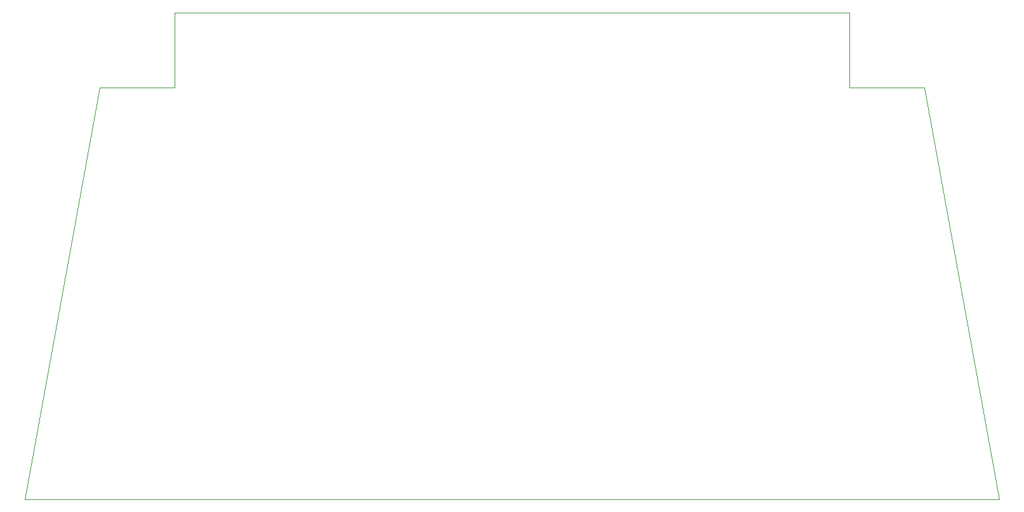
<source format=gbr>
G04 #@! TF.GenerationSoftware,KiCad,Pcbnew,(5.1.5)-3*
G04 #@! TF.CreationDate,2020-04-14T01:24:30+03:00*
G04 #@! TF.ProjectId,Transmitter,5472616e-736d-4697-9474-65722e6b6963,rev?*
G04 #@! TF.SameCoordinates,Original*
G04 #@! TF.FileFunction,Profile,NP*
%FSLAX46Y46*%
G04 Gerber Fmt 4.6, Leading zero omitted, Abs format (unit mm)*
G04 Created by KiCad (PCBNEW (5.1.5)-3) date 2020-04-14 01:24:30*
%MOMM*%
%LPD*%
G04 APERTURE LIST*
%ADD10C,0.050000*%
G04 APERTURE END LIST*
D10*
X90000000Y-70500000D02*
X80000000Y-125500000D01*
X100000000Y-70500000D02*
X90000000Y-70500000D01*
X100000000Y-60500000D02*
X100000000Y-70500000D01*
X210000000Y-125500000D02*
X80000000Y-125500000D01*
X200000000Y-70500000D02*
X210000000Y-125500000D01*
X190000000Y-70500000D02*
X200000000Y-70500000D01*
X190000000Y-60500000D02*
X190000000Y-70500000D01*
X100000000Y-60500000D02*
X190000000Y-60500000D01*
M02*

</source>
